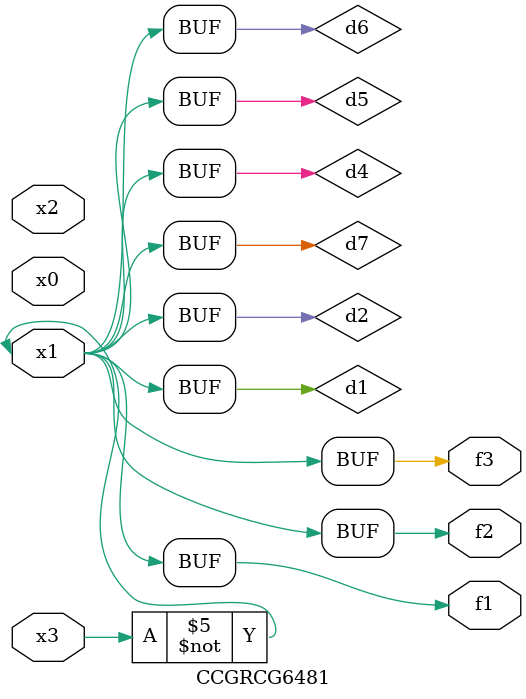
<source format=v>
module CCGRCG6481(
	input x0, x1, x2, x3,
	output f1, f2, f3
);

	wire d1, d2, d3, d4, d5, d6, d7;

	not (d1, x3);
	buf (d2, x1);
	xnor (d3, d1, d2);
	nor (d4, d1);
	buf (d5, d1, d2);
	buf (d6, d4, d5);
	nand (d7, d4);
	assign f1 = d6;
	assign f2 = d7;
	assign f3 = d6;
endmodule

</source>
